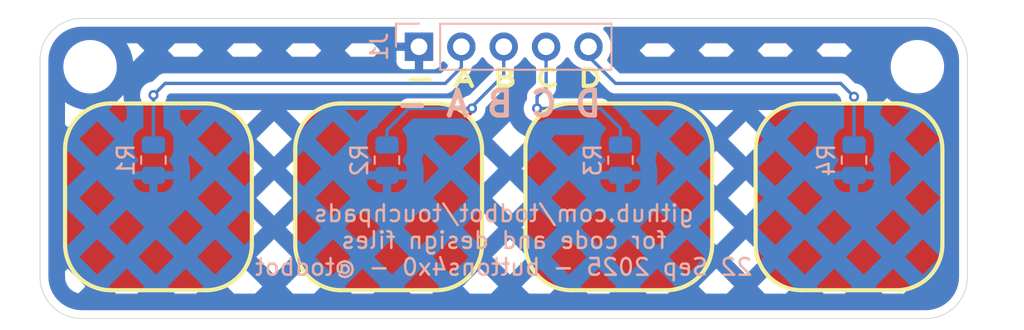
<source format=kicad_pcb>
(kicad_pcb (version 20241229) (generator "pcbnew") (generator_version "9.0")
  (layers (0 "F.Cu" signal) (2 "B.Cu" signal) (13 "F.Paste" user) (15 "B.Paste" user) (5 "F.SilkS" user "F.Silkscreen") (7 "B.SilkS" user "B.Silkscreen") (1 "F.Mask" user) (3 "B.Mask" user) (25 "Edge.Cuts" user))
  (net 0 "")
  (net 1 "Net-(J1-Pin_4)")
  (net 2 "Net-(J1-Pin_3)")
  (net 3 "GND")
  (net 4 "Net-(J1-Pin_2)")
  (net 5 "Net-(J1-Pin_5)")
  (footprint "todbot_stuff:Pad-CapTouch-11_2mm-roundrect" (layer "F.Cu") (at 108.1 59.2 90)
    (property "Reference" "SW3")
    (property "Value" "Capacitive_Button" (hide yes))
    (fp_line (start -2.85 -5.6) (end 2.85 -5.6) (stroke (width 0.25)) (layer "F.SilkS"))
    (fp_line (start 5.6 -2.85) (end 5.6 2.85) (stroke (width 0.25)) (layer "F.SilkS"))
    (fp_line (start -5.6 2.85) (end -5.6 -2.85) (stroke (width 0.25)) (layer "F.SilkS"))
    (fp_line (start 2.85 5.6) (end -2.85 5.6) (stroke (width 0.25)) (layer "F.SilkS"))
    (fp_arc (start 2.85 -5.6) (mid 4.794544 -4.794544) (end 5.6 -2.85) (stroke (width 0.25)) (layer "F.SilkS"))
    (fp_arc (start -5.6 -2.85) (mid -4.794544 -4.794544) (end -2.85 -5.6) (stroke (width 0.25)) (layer "F.SilkS"))
    (fp_arc (start 5.6 2.85) (mid 4.794544 4.794544) (end 2.85 5.6) (stroke (width 0.25)) (layer "F.SilkS"))
    (fp_arc (start -2.85 5.6) (mid -4.794544 4.794544) (end -5.6 2.85) (stroke (width 0.25)) (layer "F.SilkS"))
    (pad "1" smd roundrect (at 0 0 90) (size 11.2 11.2) (layers "F.Cu") (net 1 "Net-(J1-Pin_4)"))
  )
  (footprint "todbot_stuff:Pad-CapTouch-11_2mm-roundrect" (layer "F.Cu") (at 94.3 59.2 90)
    (property "Reference" "SW2")
    (property "Value" "Capacitive_Button" (hide yes))
    (fp_line (start -2.85 -5.6) (end 2.85 -5.6) (stroke (width 0.25)) (layer "F.SilkS"))
    (fp_line (start 5.6 -2.85) (end 5.6 2.85) (stroke (width 0.25)) (layer "F.SilkS"))
    (fp_line (start -5.6 2.85) (end -5.6 -2.85) (stroke (width 0.25)) (layer "F.SilkS"))
    (fp_line (start 2.85 5.6) (end -2.85 5.6) (stroke (width 0.25)) (layer "F.SilkS"))
    (fp_arc (start 2.85 -5.6) (mid 4.794544 -4.794544) (end 5.6 -2.85) (stroke (width 0.25)) (layer "F.SilkS"))
    (fp_arc (start -5.6 -2.85) (mid -4.794544 -4.794544) (end -2.85 -5.6) (stroke (width 0.25)) (layer "F.SilkS"))
    (fp_arc (start 5.6 2.85) (mid 4.794544 4.794544) (end 2.85 5.6) (stroke (width 0.25)) (layer "F.SilkS"))
    (fp_arc (start -2.85 5.6) (mid -4.794544 4.794544) (end -5.6 2.85) (stroke (width 0.25)) (layer "F.SilkS"))
    (pad "1" smd roundrect (at 0 0 90) (size 11.2 11.2) (layers "F.Cu") (net 2 "Net-(J1-Pin_3)"))
  )
  (footprint "todbot_stuff:Pad-CapTouch-11_2mm-roundrect" (layer "F.Cu") (at 121.9 59.2 90)
    (property "Reference" "SW4")
    (property "Value" "Capacitive_Button" (hide yes))
    (fp_line (start -2.85 -5.6) (end 2.85 -5.6) (stroke (width 0.25)) (layer "F.SilkS"))
    (fp_line (start 5.6 -2.85) (end 5.6 2.85) (stroke (width 0.25)) (layer "F.SilkS"))
    (fp_line (start -5.6 2.85) (end -5.6 -2.85) (stroke (width 0.25)) (layer "F.SilkS"))
    (fp_line (start 2.85 5.6) (end -2.85 5.6) (stroke (width 0.25)) (layer "F.SilkS"))
    (fp_arc (start 2.85 -5.6) (mid 4.794544 -4.794544) (end 5.6 -2.85) (stroke (width 0.25)) (layer "F.SilkS"))
    (fp_arc (start -5.6 -2.85) (mid -4.794544 -4.794544) (end -2.85 -5.6) (stroke (width 0.25)) (layer "F.SilkS"))
    (fp_arc (start 5.6 2.85) (mid 4.794544 4.794544) (end 2.85 5.6) (stroke (width 0.25)) (layer "F.SilkS"))
    (fp_arc (start -2.85 5.6) (mid -4.794544 4.794544) (end -5.6 2.85) (stroke (width 0.25)) (layer "F.SilkS"))
    (pad "1" smd roundrect (at 0 0 90) (size 11.2 11.2) (layers "F.Cu") (net 5 "Net-(J1-Pin_5)"))
  )
  (footprint "MountingHole:MountingHole_2.7mm_M2.5" (layer "F.Cu") (at 76.4 51.4)
    (property "Reference" "H1" (hide yes))
    (property "Value" "MountingHole" (hide yes))
    (pad "" np_thru_hole circle (at 0 0) (size 2.7 2.7) (drill 2.7) (layers "*.Cu" "*.Mask"))
  )
  (footprint "todbot_stuff:Pad-CapTouch-11_2mm-roundrect" (layer "F.Cu") (at 80.5 59.2 90)
    (property "Reference" "SW1")
    (property "Value" "Capacitive_Button" (hide yes))
    (fp_line (start -2.85 -5.6) (end 2.85 -5.6) (stroke (width 0.25)) (layer "F.SilkS"))
    (fp_line (start 5.6 -2.85) (end 5.6 2.85) (stroke (width 0.25)) (layer "F.SilkS"))
    (fp_line (start -5.6 2.85) (end -5.6 -2.85) (stroke (width 0.25)) (layer "F.SilkS"))
    (fp_line (start 2.85 5.6) (end -2.85 5.6) (stroke (width 0.25)) (layer "F.SilkS"))
    (fp_arc (start 2.85 -5.6) (mid 4.794544 -4.794544) (end 5.6 -2.85) (stroke (width 0.25)) (layer "F.SilkS"))
    (fp_arc (start -5.6 -2.85) (mid -4.794544 -4.794544) (end -2.85 -5.6) (stroke (width 0.25)) (layer "F.SilkS"))
    (fp_arc (start 5.6 2.85) (mid 4.794544 4.794544) (end 2.85 5.6) (stroke (width 0.25)) (layer "F.SilkS"))
    (fp_arc (start -2.85 5.6) (mid -4.794544 4.794544) (end -5.6 2.85) (stroke (width 0.25)) (layer "F.SilkS"))
    (pad "1" smd roundrect (at 0 0 90) (size 11.2 11.2) (layers "F.Cu") (net 4 "Net-(J1-Pin_2)"))
  )
  (footprint "MountingHole:MountingHole_2.7mm_M2.5" (layer "F.Cu") (at 126 51.4)
    (property "Reference" "H2" (hide yes))
    (property "Value" "MountingHole" (hide yes))
    (pad "" np_thru_hole circle (at 0 0) (size 2.7 2.7) (drill 2.7) (layers "*.Cu" "*.Mask"))
  )
  (footprint "Resistor_SMD:R_0805_2012Metric" (layer "B.Cu") (at 94.2 57 -90)
    (property "Reference" "R2" (at 0 1.65 90) (layer "B.SilkS") (effects (justify mirror)))
    (property "Value" "1M")
    (fp_line (start -0.227064 0.735) (end 0.227064 0.735) (stroke (width 0.12)) (layer "B.SilkS"))
    (fp_line (start -0.227064 -0.735) (end 0.227064 -0.735) (stroke (width 0.12)) (layer "B.SilkS"))
    (pad "1" smd roundrect (at -0.9125 0 270) (size 1.025 1.4) (layers "B.Cu" "B.Mask" "B.Paste") (roundrect_rratio 0.243902) (net 2 "Net-(J1-Pin_3)"))
    (pad "2" smd roundrect (at 0.9125 0 270) (size 1.025 1.4) (layers "B.Cu" "B.Mask" "B.Paste") (roundrect_rratio 0.243902) (net 3 "GND"))
  )
  (footprint "Resistor_SMD:R_0805_2012Metric" (layer "B.Cu") (at 122.2 57 -90)
    (property "Reference" "R4" (at 0 1.65 90) (layer "B.SilkS") (effects (justify mirror)))
    (property "Value" "1M")
    (fp_line (start -0.227064 0.735) (end 0.227064 0.735) (stroke (width 0.12)) (layer "B.SilkS"))
    (fp_line (start -0.227064 -0.735) (end 0.227064 -0.735) (stroke (width 0.12)) (layer "B.SilkS"))
    (pad "1" smd roundrect (at -0.9125 0 270) (size 1.025 1.4) (layers "B.Cu" "B.Mask" "B.Paste") (roundrect_rratio 0.243902) (net 5 "Net-(J1-Pin_5)"))
    (pad "2" smd roundrect (at 0.9125 0 270) (size 1.025 1.4) (layers "B.Cu" "B.Mask" "B.Paste") (roundrect_rratio 0.243902) (net 3 "GND"))
  )
  (footprint "Resistor_SMD:R_0805_2012Metric" (layer "B.Cu") (at 108.2 57 -90)
    (property "Reference" "R3" (at 0 1.65 90) (layer "B.SilkS") (effects (justify mirror)))
    (property "Value" "1M")
    (fp_line (start -0.227064 0.735) (end 0.227064 0.735) (stroke (width 0.12)) (layer "B.SilkS"))
    (fp_line (start -0.227064 -0.735) (end 0.227064 -0.735) (stroke (width 0.12)) (layer "B.SilkS"))
    (pad "1" smd roundrect (at -0.9125 0 270) (size 1.025 1.4) (layers "B.Cu" "B.Mask" "B.Paste") (roundrect_rratio 0.243902) (net 1 "Net-(J1-Pin_4)"))
    (pad "2" smd roundrect (at 0.9125 0 270) (size 1.025 1.4) (layers "B.Cu" "B.Mask" "B.Paste") (roundrect_rratio 0.243902) (net 3 "GND"))
  )
  (footprint "Connector_PinHeader_2.54mm:PinHeader_1x05_P2.54mm_Vertical" (layer "B.Cu") (at 96.12 50.2 -90)
    (property "Reference" "J1" (at 0 2.38 90) (layer "B.SilkS") (effects (justify mirror)))
    (property "Value" "Conn_01x05_Pin" (hide yes))
    (fp_line (start -1.38 1.38) (end 0 1.38) (stroke (width 0.12)) (layer "B.SilkS"))
    (fp_line (start -1.38 0) (end -1.38 1.38) (stroke (width 0.12)) (layer "B.SilkS"))
    (fp_line (start -1.38 -1.27) (end 1.38 -1.27) (stroke (width 0.12)) (layer "B.SilkS"))
    (fp_line (start -1.38 -1.27) (end -1.38 -11.54) (stroke (width 0.12)) (layer "B.SilkS"))
    (fp_line (start 1.38 -1.27) (end 1.38 -11.54) (stroke (width 0.12)) (layer "B.SilkS"))
    (fp_line (start -1.38 -11.54) (end 1.38 -11.54) (stroke (width 0.12)) (layer "B.SilkS"))
    (pad "1" thru_hole rect (at 0 0 270) (size 1.7 1.7) (drill 1) (layers "*.Cu" "*.Mask") (net 3 "GND"))
    (pad "2" thru_hole circle (at 0 -2.54 270) (size 1.7 1.7) (drill 1) (layers "*.Cu" "*.Mask") (net 4 "Net-(J1-Pin_2)"))
    (pad "3" thru_hole circle (at 0 -5.08 270) (size 1.7 1.7) (drill 1) (layers "*.Cu" "*.Mask") (net 2 "Net-(J1-Pin_3)"))
    (pad "4" thru_hole circle (at 0 -7.62 270) (size 1.7 1.7) (drill 1) (layers "*.Cu" "*.Mask") (net 1 "Net-(J1-Pin_4)"))
    (pad "5" thru_hole circle (at 0 -10.16 270) (size 1.7 1.7) (drill 1) (layers "*.Cu" "*.Mask") (net 5 "Net-(J1-Pin_5)"))
  )
  (footprint "Resistor_SMD:R_0805_2012Metric" (layer "B.Cu") (at 80.2 57 -90)
    (property "Reference" "R1" (at 0 1.65 90) (layer "B.SilkS") (effects (justify mirror)))
    (property "Value" "1M")
    (fp_line (start -0.227064 0.735) (end 0.227064 0.735) (stroke (width 0.12)) (layer "B.SilkS"))
    (fp_line (start -0.227064 -0.735) (end 0.227064 -0.735) (stroke (width 0.12)) (layer "B.SilkS"))
    (pad "1" smd roundrect (at -0.9125 0 270) (size 1.025 1.4) (layers "B.Cu" "B.Mask" "B.Paste") (roundrect_rratio 0.243902) (net 4 "Net-(J1-Pin_2)"))
    (pad "2" smd roundrect (at 0.9125 0 270) (size 1.025 1.4) (layers "B.Cu" "B.Mask" "B.Paste") (roundrect_rratio 0.243902) (net 3 "GND"))
  )
  (gr_line (start 126.5 66.5) (end 75.9 66.5) (stroke (width 0.05)) (layer "Edge.Cuts"))
  (gr_arc (start 75.9 66.5) (mid 74.132233 65.767767) (end 73.4 64) (stroke (width 0.05)) (layer "Edge.Cuts"))
  (gr_line (start 129 51) (end 129 64) (stroke (width 0.05)) (layer "Edge.Cuts"))
  (gr_arc (start 126.5 48.5) (mid 128.267767 49.232233) (end 129 51) (stroke (width 0.05)) (layer "Edge.Cuts"))
  (gr_line (start 75.9 48.5) (end 126.5 48.5) (stroke (width 0.05)) (layer "Edge.Cuts"))
  (gr_arc (start 129 64) (mid 128.267767 65.767767) (end 126.5 66.5) (stroke (width 0.05)) (layer "Edge.Cuts"))
  (gr_line (start 73.4 64) (end 73.4 51) (stroke (width 0.05)) (layer "Edge.Cuts"))
  (gr_arc (start 73.4 51) (mid 74.132233 49.232233) (end 75.9 48.5) (stroke (width 0.05)) (layer "Edge.Cuts"))
  (gr_text "- A B C D" (at 101.2 52.1 0) (layer "F.SilkS") (effects (font (size 1 1.45) (thickness 0.3) (bold yes))))
  (gr_text "github.com/todbot/touchpads\nfor code and design files\n22 Sep 2025 - buttons4x0 - @todbot\n" (at 101.2 64 0) (layer "B.SilkS") (effects (font (size 1 1)) (justify bottom mirror)))
  (gr_text "D C B A -" (at 107.2 54.5 0) (layer "B.SilkS") (effects (font (size 1.5 1.5) (thickness 0.3) (bold yes)) (justify left bottom mirror)))
  (segment (start 103.2 53.9) (end 108.2 58.9) (width 0.2) (layer "F.Cu") (net 1))
  (segment (start 108.2 58.9) (end 108.2 59.2) (width 0.2) (layer "F.Cu") (net 1))
  (segment (start 108.2 59.2) (end 106.849999 59.2) (width 0.2) (layer "F.Cu") (net 1))
  (via (at 103.2 53.9) (size 0.6) (drill 0.3) (layers "F.Cu" "B.Cu") (net 1))
  (segment (start 103.2 53.9) (end 103.2 53.19) (width 0.2) (layer "B.Cu") (net 1))
  (segment (start 107 53.9) (end 108.2 55.1) (width 0.2) (layer "B.Cu") (net 1))
  (segment (start 103.2 53.9) (end 107 53.9) (width 0.2) (layer "B.Cu") (net 1))
  (segment (start 103.2 53.19) (end 103.74 52.65) (width 0.2) (layer "B.Cu") (net 1))
  (segment (start 103.74 52.65) (end 103.74 50.5) (width 0.2) (layer "B.Cu") (net 1))
  (segment (start 108.2 55.1) (end 108.2 55.8875) (width 0.2) (layer "B.Cu") (net 1))
  (segment (start 99.3 54.1) (end 95.7 57.7) (width 0.2) (layer "F.Cu") (net 2))
  (segment (start 95.7 57.7) (end 95.7 59.2) (width 0.2) (layer "F.Cu") (net 2))
  (segment (start 99.3 53.9) (end 99.3 54.1) (width 0.2) (layer "F.Cu") (net 2))
  (via (at 99.3 53.9) (size 0.6) (drill 0.3) (layers "F.Cu" "B.Cu") (net 2))
  (segment (start 99.3 53.9) (end 95.5 53.9) (width 0.2) (layer "B.Cu") (net 2))
  (segment (start 99.3 53.8) (end 101.199999 51.900001) (width 0.2) (layer "B.Cu") (net 2))
  (segment (start 101.199999 51.900001) (end 101.199999 50.5) (width 0.2) (layer "B.Cu") (net 2))
  (segment (start 94.2 55.2) (end 94.2 55.913309) (width 0.2) (layer "B.Cu") (net 2))
  (segment (start 99.3 53.9) (end 99.3 53.8) (width 0.2) (layer "B.Cu") (net 2))
  (segment (start 95.5 53.9) (end 94.2 55.2) (width 0.2) (layer "B.Cu") (net 2))
  (segment (start 80.2 53.1) (end 80.2 59.2) (width 0.2) (layer "F.Cu") (net 4))
  (via (at 80.2 53.1) (size 0.6) (drill 0.3) (layers "F.Cu" "B.Cu") (net 4))
  (segment (start 97.7 52.4) (end 98.66 51.44) (width 0.2) (layer "B.Cu") (net 4))
  (segment (start 98.66 51.44) (end 98.66 50.5) (width 0.2) (layer "B.Cu") (net 4))
  (segment (start 80.9 52.4) (end 97.7 52.4) (width 0.2) (layer "B.Cu") (net 4))
  (segment (start 80.2 53.1) (end 80.2 55.913309) (width 0.2) (layer "B.Cu") (net 4))
  (segment (start 80.2 53.1) (end 80.9 52.4) (width 0.2) (layer "B.Cu") (net 4))
  (segment (start 122.2 53.2) (end 122.2 59.2) (width 0.2) (layer "F.Cu") (net 5))
  (via (at 122.2 53.2) (size 0.6) (drill 0.3) (layers "F.Cu" "B.Cu") (net 5))
  (segment (start 122.2 53.2) (end 121.4 52.4) (width 0.2) (layer "B.Cu") (net 5))
  (segment (start 121.4 52.4) (end 107.9 52.4) (width 0.2) (layer "B.Cu") (net 5))
  (segment (start 122.2 53.2) (end 122.2 56.0875) (width 0.2) (layer "B.Cu") (net 5))
  (segment (start 106.28 50.78) (end 106.28 50.5) (width 0.2) (layer "B.Cu") (net 5))
  (segment (start 107.9 52.4) (end 106.28 50.78) (width 0.2) (layer "B.Cu") (net 5))
  (zone (net 3) (net_name "GND") (layer "B.Cu") (connect_pads (clearance 0.5)) (min_thickness 0.25) (fill yes (mode hatch) (thermal_gap 0.5) (thermal_bridge_width 0.5) (hatch_thickness 1) (hatch_gap 1.5) (hatch_orientation 45) (hatch_border_algorithm hatch_thickness) (hatch_min_hole_area 0.3))
    (polygon (pts (xy 71 47.4) (xy 71 67.2) (xy 132.4 67.2) (xy 132.4 47.4)))
  )
)
</source>
